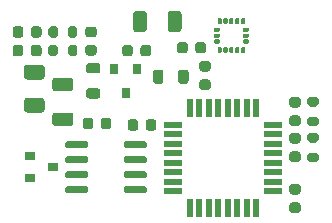
<source format=gbr>
%TF.GenerationSoftware,KiCad,Pcbnew,(5.1.9)-1*%
%TF.CreationDate,2021-03-08T23:04:16+01:00*%
%TF.ProjectId,RT12e_ELE_ACC-00,52543132-655f-4454-9c45-5f4143432d30,rev?*%
%TF.SameCoordinates,Original*%
%TF.FileFunction,Paste,Top*%
%TF.FilePolarity,Positive*%
%FSLAX46Y46*%
G04 Gerber Fmt 4.6, Leading zero omitted, Abs format (unit mm)*
G04 Created by KiCad (PCBNEW (5.1.9)-1) date 2021-03-08 23:04:16*
%MOMM*%
%LPD*%
G01*
G04 APERTURE LIST*
%ADD10R,1.600000X0.550000*%
%ADD11R,0.550000X1.600000*%
%ADD12R,0.800000X0.900000*%
%ADD13R,0.900000X0.800000*%
G04 APERTURE END LIST*
%TO.C,U3*%
G36*
G01*
X156643700Y-85116800D02*
X156468700Y-85116800D01*
G75*
G02*
X156381200Y-85029300I0J87500D01*
G01*
X156381200Y-84654300D01*
G75*
G02*
X156468700Y-84566800I87500J0D01*
G01*
X156643700Y-84566800D01*
G75*
G02*
X156731200Y-84654300I0J-87500D01*
G01*
X156731200Y-85029300D01*
G75*
G02*
X156643700Y-85116800I-87500J0D01*
G01*
G37*
G36*
G01*
X157143700Y-85116800D02*
X156968700Y-85116800D01*
G75*
G02*
X156881200Y-85029300I0J87500D01*
G01*
X156881200Y-84654300D01*
G75*
G02*
X156968700Y-84566800I87500J0D01*
G01*
X157143700Y-84566800D01*
G75*
G02*
X157231200Y-84654300I0J-87500D01*
G01*
X157231200Y-85029300D01*
G75*
G02*
X157143700Y-85116800I-87500J0D01*
G01*
G37*
G36*
G01*
X157643700Y-85116800D02*
X157468700Y-85116800D01*
G75*
G02*
X157381200Y-85029300I0J87500D01*
G01*
X157381200Y-84654300D01*
G75*
G02*
X157468700Y-84566800I87500J0D01*
G01*
X157643700Y-84566800D01*
G75*
G02*
X157731200Y-84654300I0J-87500D01*
G01*
X157731200Y-85029300D01*
G75*
G02*
X157643700Y-85116800I-87500J0D01*
G01*
G37*
G36*
G01*
X158143700Y-85116800D02*
X157968700Y-85116800D01*
G75*
G02*
X157881200Y-85029300I0J87500D01*
G01*
X157881200Y-84654300D01*
G75*
G02*
X157968700Y-84566800I87500J0D01*
G01*
X158143700Y-84566800D01*
G75*
G02*
X158231200Y-84654300I0J-87500D01*
G01*
X158231200Y-85029300D01*
G75*
G02*
X158143700Y-85116800I-87500J0D01*
G01*
G37*
G36*
G01*
X158643700Y-85116800D02*
X158468700Y-85116800D01*
G75*
G02*
X158381200Y-85029300I0J87500D01*
G01*
X158381200Y-84654300D01*
G75*
G02*
X158468700Y-84566800I87500J0D01*
G01*
X158643700Y-84566800D01*
G75*
G02*
X158731200Y-84654300I0J-87500D01*
G01*
X158731200Y-85029300D01*
G75*
G02*
X158643700Y-85116800I-87500J0D01*
G01*
G37*
G36*
G01*
X158968700Y-84291800D02*
X158593700Y-84291800D01*
G75*
G02*
X158506200Y-84204300I0J87500D01*
G01*
X158506200Y-84029300D01*
G75*
G02*
X158593700Y-83941800I87500J0D01*
G01*
X158968700Y-83941800D01*
G75*
G02*
X159056200Y-84029300I0J-87500D01*
G01*
X159056200Y-84204300D01*
G75*
G02*
X158968700Y-84291800I-87500J0D01*
G01*
G37*
G36*
G01*
X158968700Y-83791800D02*
X158593700Y-83791800D01*
G75*
G02*
X158506200Y-83704300I0J87500D01*
G01*
X158506200Y-83529300D01*
G75*
G02*
X158593700Y-83441800I87500J0D01*
G01*
X158968700Y-83441800D01*
G75*
G02*
X159056200Y-83529300I0J-87500D01*
G01*
X159056200Y-83704300D01*
G75*
G02*
X158968700Y-83791800I-87500J0D01*
G01*
G37*
G36*
G01*
X158968700Y-83291800D02*
X158593700Y-83291800D01*
G75*
G02*
X158506200Y-83204300I0J87500D01*
G01*
X158506200Y-83029300D01*
G75*
G02*
X158593700Y-82941800I87500J0D01*
G01*
X158968700Y-82941800D01*
G75*
G02*
X159056200Y-83029300I0J-87500D01*
G01*
X159056200Y-83204300D01*
G75*
G02*
X158968700Y-83291800I-87500J0D01*
G01*
G37*
G36*
G01*
X158643700Y-82666800D02*
X158468700Y-82666800D01*
G75*
G02*
X158381200Y-82579300I0J87500D01*
G01*
X158381200Y-82204300D01*
G75*
G02*
X158468700Y-82116800I87500J0D01*
G01*
X158643700Y-82116800D01*
G75*
G02*
X158731200Y-82204300I0J-87500D01*
G01*
X158731200Y-82579300D01*
G75*
G02*
X158643700Y-82666800I-87500J0D01*
G01*
G37*
G36*
G01*
X158143700Y-82666800D02*
X157968700Y-82666800D01*
G75*
G02*
X157881200Y-82579300I0J87500D01*
G01*
X157881200Y-82204300D01*
G75*
G02*
X157968700Y-82116800I87500J0D01*
G01*
X158143700Y-82116800D01*
G75*
G02*
X158231200Y-82204300I0J-87500D01*
G01*
X158231200Y-82579300D01*
G75*
G02*
X158143700Y-82666800I-87500J0D01*
G01*
G37*
G36*
G01*
X157643700Y-82666800D02*
X157468700Y-82666800D01*
G75*
G02*
X157381200Y-82579300I0J87500D01*
G01*
X157381200Y-82204300D01*
G75*
G02*
X157468700Y-82116800I87500J0D01*
G01*
X157643700Y-82116800D01*
G75*
G02*
X157731200Y-82204300I0J-87500D01*
G01*
X157731200Y-82579300D01*
G75*
G02*
X157643700Y-82666800I-87500J0D01*
G01*
G37*
G36*
G01*
X157143700Y-82666800D02*
X156968700Y-82666800D01*
G75*
G02*
X156881200Y-82579300I0J87500D01*
G01*
X156881200Y-82204300D01*
G75*
G02*
X156968700Y-82116800I87500J0D01*
G01*
X157143700Y-82116800D01*
G75*
G02*
X157231200Y-82204300I0J-87500D01*
G01*
X157231200Y-82579300D01*
G75*
G02*
X157143700Y-82666800I-87500J0D01*
G01*
G37*
G36*
G01*
X156643700Y-82666800D02*
X156468700Y-82666800D01*
G75*
G02*
X156381200Y-82579300I0J87500D01*
G01*
X156381200Y-82204300D01*
G75*
G02*
X156468700Y-82116800I87500J0D01*
G01*
X156643700Y-82116800D01*
G75*
G02*
X156731200Y-82204300I0J-87500D01*
G01*
X156731200Y-82579300D01*
G75*
G02*
X156643700Y-82666800I-87500J0D01*
G01*
G37*
G36*
G01*
X156518700Y-83291800D02*
X156143700Y-83291800D01*
G75*
G02*
X156056200Y-83204300I0J87500D01*
G01*
X156056200Y-83029300D01*
G75*
G02*
X156143700Y-82941800I87500J0D01*
G01*
X156518700Y-82941800D01*
G75*
G02*
X156606200Y-83029300I0J-87500D01*
G01*
X156606200Y-83204300D01*
G75*
G02*
X156518700Y-83291800I-87500J0D01*
G01*
G37*
G36*
G01*
X156518700Y-83791800D02*
X156143700Y-83791800D01*
G75*
G02*
X156056200Y-83704300I0J87500D01*
G01*
X156056200Y-83529300D01*
G75*
G02*
X156143700Y-83441800I87500J0D01*
G01*
X156518700Y-83441800D01*
G75*
G02*
X156606200Y-83529300I0J-87500D01*
G01*
X156606200Y-83704300D01*
G75*
G02*
X156518700Y-83791800I-87500J0D01*
G01*
G37*
G36*
G01*
X156518700Y-84291800D02*
X156143700Y-84291800D01*
G75*
G02*
X156056200Y-84204300I0J87500D01*
G01*
X156056200Y-84029300D01*
G75*
G02*
X156143700Y-83941800I87500J0D01*
G01*
X156518700Y-83941800D01*
G75*
G02*
X156606200Y-84029300I0J-87500D01*
G01*
X156606200Y-84204300D01*
G75*
G02*
X156518700Y-84291800I-87500J0D01*
G01*
G37*
%TD*%
%TO.C,C2*%
G36*
G01*
X145919000Y-83749000D02*
X145419000Y-83749000D01*
G75*
G02*
X145194000Y-83524000I0J225000D01*
G01*
X145194000Y-83074000D01*
G75*
G02*
X145419000Y-82849000I225000J0D01*
G01*
X145919000Y-82849000D01*
G75*
G02*
X146144000Y-83074000I0J-225000D01*
G01*
X146144000Y-83524000D01*
G75*
G02*
X145919000Y-83749000I-225000J0D01*
G01*
G37*
G36*
G01*
X145919000Y-85299000D02*
X145419000Y-85299000D01*
G75*
G02*
X145194000Y-85074000I0J225000D01*
G01*
X145194000Y-84624000D01*
G75*
G02*
X145419000Y-84399000I225000J0D01*
G01*
X145919000Y-84399000D01*
G75*
G02*
X146144000Y-84624000I0J-225000D01*
G01*
X146144000Y-85074000D01*
G75*
G02*
X145919000Y-85299000I-225000J0D01*
G01*
G37*
%TD*%
%TO.C,C8*%
G36*
G01*
X162691000Y-88818000D02*
X163191000Y-88818000D01*
G75*
G02*
X163416000Y-89043000I0J-225000D01*
G01*
X163416000Y-89493000D01*
G75*
G02*
X163191000Y-89718000I-225000J0D01*
G01*
X162691000Y-89718000D01*
G75*
G02*
X162466000Y-89493000I0J225000D01*
G01*
X162466000Y-89043000D01*
G75*
G02*
X162691000Y-88818000I225000J0D01*
G01*
G37*
G36*
G01*
X162691000Y-90368000D02*
X163191000Y-90368000D01*
G75*
G02*
X163416000Y-90593000I0J-225000D01*
G01*
X163416000Y-91043000D01*
G75*
G02*
X163191000Y-91268000I-225000J0D01*
G01*
X162691000Y-91268000D01*
G75*
G02*
X162466000Y-91043000I0J225000D01*
G01*
X162466000Y-90593000D01*
G75*
G02*
X162691000Y-90368000I225000J0D01*
G01*
G37*
%TD*%
%TO.C,C5*%
G36*
G01*
X162691000Y-97734000D02*
X163191000Y-97734000D01*
G75*
G02*
X163416000Y-97959000I0J-225000D01*
G01*
X163416000Y-98409000D01*
G75*
G02*
X163191000Y-98634000I-225000J0D01*
G01*
X162691000Y-98634000D01*
G75*
G02*
X162466000Y-98409000I0J225000D01*
G01*
X162466000Y-97959000D01*
G75*
G02*
X162691000Y-97734000I225000J0D01*
G01*
G37*
G36*
G01*
X162691000Y-96184000D02*
X163191000Y-96184000D01*
G75*
G02*
X163416000Y-96409000I0J-225000D01*
G01*
X163416000Y-96859000D01*
G75*
G02*
X163191000Y-97084000I-225000J0D01*
G01*
X162691000Y-97084000D01*
G75*
G02*
X162466000Y-96859000I0J225000D01*
G01*
X162466000Y-96409000D01*
G75*
G02*
X162691000Y-96184000I225000J0D01*
G01*
G37*
%TD*%
D10*
%TO.C,U2*%
X161095000Y-96780000D03*
X161095000Y-95980000D03*
X161095000Y-95180000D03*
X161095000Y-94380000D03*
X161095000Y-93580000D03*
X161095000Y-92780000D03*
X161095000Y-91980000D03*
X161095000Y-91180000D03*
D11*
X159645000Y-89730000D03*
X158845000Y-89730000D03*
X158045000Y-89730000D03*
X157245000Y-89730000D03*
X156445000Y-89730000D03*
X155645000Y-89730000D03*
X154845000Y-89730000D03*
X154045000Y-89730000D03*
D10*
X152595000Y-91180000D03*
X152595000Y-91980000D03*
X152595000Y-92780000D03*
X152595000Y-93580000D03*
X152595000Y-94380000D03*
X152595000Y-95180000D03*
X152595000Y-95980000D03*
X152595000Y-96780000D03*
D11*
X154045000Y-98230000D03*
X154845000Y-98230000D03*
X155645000Y-98230000D03*
X156445000Y-98230000D03*
X157245000Y-98230000D03*
X158045000Y-98230000D03*
X158845000Y-98230000D03*
X159645000Y-98230000D03*
%TD*%
D12*
%TO.C,U1*%
X149540000Y-86439500D03*
X147640000Y-86439500D03*
X148590000Y-88439500D03*
%TD*%
%TO.C,C1*%
G36*
G01*
X142631399Y-87180200D02*
X143931401Y-87180200D01*
G75*
G02*
X144181400Y-87430199I0J-249999D01*
G01*
X144181400Y-88080201D01*
G75*
G02*
X143931401Y-88330200I-249999J0D01*
G01*
X142631399Y-88330200D01*
G75*
G02*
X142381400Y-88080201I0J249999D01*
G01*
X142381400Y-87430199D01*
G75*
G02*
X142631399Y-87180200I249999J0D01*
G01*
G37*
G36*
G01*
X142631399Y-90130200D02*
X143931401Y-90130200D01*
G75*
G02*
X144181400Y-90380199I0J-249999D01*
G01*
X144181400Y-91030201D01*
G75*
G02*
X143931401Y-91280200I-249999J0D01*
G01*
X142631399Y-91280200D01*
G75*
G02*
X142381400Y-91030201I0J249999D01*
G01*
X142381400Y-90380199D01*
G75*
G02*
X142631399Y-90130200I249999J0D01*
G01*
G37*
%TD*%
%TO.C,C3*%
G36*
G01*
X149854800Y-85136800D02*
X149854800Y-84636800D01*
G75*
G02*
X150079800Y-84411800I225000J0D01*
G01*
X150529800Y-84411800D01*
G75*
G02*
X150754800Y-84636800I0J-225000D01*
G01*
X150754800Y-85136800D01*
G75*
G02*
X150529800Y-85361800I-225000J0D01*
G01*
X150079800Y-85361800D01*
G75*
G02*
X149854800Y-85136800I0J225000D01*
G01*
G37*
G36*
G01*
X148304800Y-85136800D02*
X148304800Y-84636800D01*
G75*
G02*
X148529800Y-84411800I225000J0D01*
G01*
X148979800Y-84411800D01*
G75*
G02*
X149204800Y-84636800I0J-225000D01*
G01*
X149204800Y-85136800D01*
G75*
G02*
X148979800Y-85361800I-225000J0D01*
G01*
X148529800Y-85361800D01*
G75*
G02*
X148304800Y-85136800I0J225000D01*
G01*
G37*
%TD*%
%TO.C,C6*%
G36*
G01*
X163191000Y-92766000D02*
X162691000Y-92766000D01*
G75*
G02*
X162466000Y-92541000I0J225000D01*
G01*
X162466000Y-92091000D01*
G75*
G02*
X162691000Y-91866000I225000J0D01*
G01*
X163191000Y-91866000D01*
G75*
G02*
X163416000Y-92091000I0J-225000D01*
G01*
X163416000Y-92541000D01*
G75*
G02*
X163191000Y-92766000I-225000J0D01*
G01*
G37*
G36*
G01*
X163191000Y-94316000D02*
X162691000Y-94316000D01*
G75*
G02*
X162466000Y-94091000I0J225000D01*
G01*
X162466000Y-93641000D01*
G75*
G02*
X162691000Y-93416000I225000J0D01*
G01*
X163191000Y-93416000D01*
G75*
G02*
X163416000Y-93641000I0J-225000D01*
G01*
X163416000Y-94091000D01*
G75*
G02*
X163191000Y-94316000I-225000J0D01*
G01*
G37*
%TD*%
%TO.C,C7*%
G36*
G01*
X151212000Y-90936000D02*
X151212000Y-91436000D01*
G75*
G02*
X150987000Y-91661000I-225000J0D01*
G01*
X150537000Y-91661000D01*
G75*
G02*
X150312000Y-91436000I0J225000D01*
G01*
X150312000Y-90936000D01*
G75*
G02*
X150537000Y-90711000I225000J0D01*
G01*
X150987000Y-90711000D01*
G75*
G02*
X151212000Y-90936000I0J-225000D01*
G01*
G37*
G36*
G01*
X149662000Y-90936000D02*
X149662000Y-91436000D01*
G75*
G02*
X149437000Y-91661000I-225000J0D01*
G01*
X148987000Y-91661000D01*
G75*
G02*
X148762000Y-91436000I0J225000D01*
G01*
X148762000Y-90936000D01*
G75*
G02*
X148987000Y-90711000I225000J0D01*
G01*
X149437000Y-90711000D01*
G75*
G02*
X149662000Y-90936000I0J-225000D01*
G01*
G37*
%TD*%
%TO.C,C9*%
G36*
G01*
X155071000Y-87320000D02*
X155571000Y-87320000D01*
G75*
G02*
X155796000Y-87545000I0J-225000D01*
G01*
X155796000Y-87995000D01*
G75*
G02*
X155571000Y-88220000I-225000J0D01*
G01*
X155071000Y-88220000D01*
G75*
G02*
X154846000Y-87995000I0J225000D01*
G01*
X154846000Y-87545000D01*
G75*
G02*
X155071000Y-87320000I225000J0D01*
G01*
G37*
G36*
G01*
X155071000Y-85770000D02*
X155571000Y-85770000D01*
G75*
G02*
X155796000Y-85995000I0J-225000D01*
G01*
X155796000Y-86445000D01*
G75*
G02*
X155571000Y-86670000I-225000J0D01*
G01*
X155071000Y-86670000D01*
G75*
G02*
X154846000Y-86445000I0J225000D01*
G01*
X154846000Y-85995000D01*
G75*
G02*
X155071000Y-85770000I225000J0D01*
G01*
G37*
%TD*%
%TO.C,C10*%
G36*
G01*
X153332400Y-81772999D02*
X153332400Y-83073001D01*
G75*
G02*
X153082401Y-83323000I-249999J0D01*
G01*
X152432399Y-83323000D01*
G75*
G02*
X152182400Y-83073001I0J249999D01*
G01*
X152182400Y-81772999D01*
G75*
G02*
X152432399Y-81523000I249999J0D01*
G01*
X153082401Y-81523000D01*
G75*
G02*
X153332400Y-81772999I0J-249999D01*
G01*
G37*
G36*
G01*
X150382400Y-81772999D02*
X150382400Y-83073001D01*
G75*
G02*
X150132401Y-83323000I-249999J0D01*
G01*
X149482399Y-83323000D01*
G75*
G02*
X149232400Y-83073001I0J249999D01*
G01*
X149232400Y-81772999D01*
G75*
G02*
X149482399Y-81523000I249999J0D01*
G01*
X150132401Y-81523000D01*
G75*
G02*
X150382400Y-81772999I0J-249999D01*
G01*
G37*
%TD*%
%TO.C,C11*%
G36*
G01*
X155403000Y-84395500D02*
X155403000Y-84895500D01*
G75*
G02*
X155178000Y-85120500I-225000J0D01*
G01*
X154728000Y-85120500D01*
G75*
G02*
X154503000Y-84895500I0J225000D01*
G01*
X154503000Y-84395500D01*
G75*
G02*
X154728000Y-84170500I225000J0D01*
G01*
X155178000Y-84170500D01*
G75*
G02*
X155403000Y-84395500I0J-225000D01*
G01*
G37*
G36*
G01*
X153853000Y-84395500D02*
X153853000Y-84895500D01*
G75*
G02*
X153628000Y-85120500I-225000J0D01*
G01*
X153178000Y-85120500D01*
G75*
G02*
X152953000Y-84895500I0J225000D01*
G01*
X152953000Y-84395500D01*
G75*
G02*
X153178000Y-84170500I225000J0D01*
G01*
X153628000Y-84170500D01*
G75*
G02*
X153853000Y-84395500I0J-225000D01*
G01*
G37*
%TD*%
%TO.C,C13*%
G36*
G01*
X147402000Y-90809000D02*
X147402000Y-91309000D01*
G75*
G02*
X147177000Y-91534000I-225000J0D01*
G01*
X146727000Y-91534000D01*
G75*
G02*
X146502000Y-91309000I0J225000D01*
G01*
X146502000Y-90809000D01*
G75*
G02*
X146727000Y-90584000I225000J0D01*
G01*
X147177000Y-90584000D01*
G75*
G02*
X147402000Y-90809000I0J-225000D01*
G01*
G37*
G36*
G01*
X145852000Y-90809000D02*
X145852000Y-91309000D01*
G75*
G02*
X145627000Y-91534000I-225000J0D01*
G01*
X145177000Y-91534000D01*
G75*
G02*
X144952000Y-91309000I0J225000D01*
G01*
X144952000Y-90809000D01*
G75*
G02*
X145177000Y-90584000I225000J0D01*
G01*
X145627000Y-90584000D01*
G75*
G02*
X145852000Y-90809000I0J-225000D01*
G01*
G37*
%TD*%
%TO.C,D1*%
G36*
G01*
X140243400Y-86087600D02*
X141493400Y-86087600D01*
G75*
G02*
X141743400Y-86337600I0J-250000D01*
G01*
X141743400Y-87087600D01*
G75*
G02*
X141493400Y-87337600I-250000J0D01*
G01*
X140243400Y-87337600D01*
G75*
G02*
X139993400Y-87087600I0J250000D01*
G01*
X139993400Y-86337600D01*
G75*
G02*
X140243400Y-86087600I250000J0D01*
G01*
G37*
G36*
G01*
X140243400Y-88887600D02*
X141493400Y-88887600D01*
G75*
G02*
X141743400Y-89137600I0J-250000D01*
G01*
X141743400Y-89887600D01*
G75*
G02*
X141493400Y-90137600I-250000J0D01*
G01*
X140243400Y-90137600D01*
G75*
G02*
X139993400Y-89887600I0J250000D01*
G01*
X139993400Y-89137600D01*
G75*
G02*
X140243400Y-88887600I250000J0D01*
G01*
G37*
%TD*%
%TO.C,D2*%
G36*
G01*
X140583800Y-85136800D02*
X140583800Y-84636800D01*
G75*
G02*
X140808800Y-84411800I225000J0D01*
G01*
X141258800Y-84411800D01*
G75*
G02*
X141483800Y-84636800I0J-225000D01*
G01*
X141483800Y-85136800D01*
G75*
G02*
X141258800Y-85361800I-225000J0D01*
G01*
X140808800Y-85361800D01*
G75*
G02*
X140583800Y-85136800I0J225000D01*
G01*
G37*
G36*
G01*
X139033800Y-85136800D02*
X139033800Y-84636800D01*
G75*
G02*
X139258800Y-84411800I225000J0D01*
G01*
X139708800Y-84411800D01*
G75*
G02*
X139933800Y-84636800I0J-225000D01*
G01*
X139933800Y-85136800D01*
G75*
G02*
X139708800Y-85361800I-225000J0D01*
G01*
X139258800Y-85361800D01*
G75*
G02*
X139033800Y-85136800I0J225000D01*
G01*
G37*
%TD*%
%TO.C,D3*%
G36*
G01*
X140583800Y-83562000D02*
X140583800Y-83062000D01*
G75*
G02*
X140808800Y-82837000I225000J0D01*
G01*
X141258800Y-82837000D01*
G75*
G02*
X141483800Y-83062000I0J-225000D01*
G01*
X141483800Y-83562000D01*
G75*
G02*
X141258800Y-83787000I-225000J0D01*
G01*
X140808800Y-83787000D01*
G75*
G02*
X140583800Y-83562000I0J225000D01*
G01*
G37*
G36*
G01*
X139033800Y-83562000D02*
X139033800Y-83062000D01*
G75*
G02*
X139258800Y-82837000I225000J0D01*
G01*
X139708800Y-82837000D01*
G75*
G02*
X139933800Y-83062000I0J-225000D01*
G01*
X139933800Y-83562000D01*
G75*
G02*
X139708800Y-83787000I-225000J0D01*
G01*
X139258800Y-83787000D01*
G75*
G02*
X139033800Y-83562000I0J225000D01*
G01*
G37*
%TD*%
D13*
%TO.C,D4*%
X142478000Y-94742000D03*
X140478000Y-95692000D03*
X140478000Y-93792000D03*
%TD*%
%TO.C,L1*%
G36*
G01*
X146236251Y-88939500D02*
X145473751Y-88939500D01*
G75*
G02*
X145255001Y-88720750I0J218750D01*
G01*
X145255001Y-88283250D01*
G75*
G02*
X145473751Y-88064500I218750J0D01*
G01*
X146236251Y-88064500D01*
G75*
G02*
X146455001Y-88283250I0J-218750D01*
G01*
X146455001Y-88720750D01*
G75*
G02*
X146236251Y-88939500I-218750J0D01*
G01*
G37*
G36*
G01*
X146236251Y-86814500D02*
X145473751Y-86814500D01*
G75*
G02*
X145255001Y-86595750I0J218750D01*
G01*
X145255001Y-86158250D01*
G75*
G02*
X145473751Y-85939500I218750J0D01*
G01*
X146236251Y-85939500D01*
G75*
G02*
X146455001Y-86158250I0J-218750D01*
G01*
X146455001Y-86595750D01*
G75*
G02*
X146236251Y-86814500I-218750J0D01*
G01*
G37*
%TD*%
%TO.C,L2*%
G36*
G01*
X153050400Y-87477850D02*
X153050400Y-86715350D01*
G75*
G02*
X153269150Y-86496600I218750J0D01*
G01*
X153706650Y-86496600D01*
G75*
G02*
X153925400Y-86715350I0J-218750D01*
G01*
X153925400Y-87477850D01*
G75*
G02*
X153706650Y-87696600I-218750J0D01*
G01*
X153269150Y-87696600D01*
G75*
G02*
X153050400Y-87477850I0J218750D01*
G01*
G37*
G36*
G01*
X150925400Y-87477850D02*
X150925400Y-86715350D01*
G75*
G02*
X151144150Y-86496600I218750J0D01*
G01*
X151581650Y-86496600D01*
G75*
G02*
X151800400Y-86715350I0J-218750D01*
G01*
X151800400Y-87477850D01*
G75*
G02*
X151581650Y-87696600I-218750J0D01*
G01*
X151144150Y-87696600D01*
G75*
G02*
X150925400Y-87477850I0J218750D01*
G01*
G37*
%TD*%
%TO.C,U4*%
G36*
G01*
X150389000Y-96497000D02*
X150389000Y-96797000D01*
G75*
G02*
X150239000Y-96947000I-150000J0D01*
G01*
X148589000Y-96947000D01*
G75*
G02*
X148439000Y-96797000I0J150000D01*
G01*
X148439000Y-96497000D01*
G75*
G02*
X148589000Y-96347000I150000J0D01*
G01*
X150239000Y-96347000D01*
G75*
G02*
X150389000Y-96497000I0J-150000D01*
G01*
G37*
G36*
G01*
X150389000Y-95227000D02*
X150389000Y-95527000D01*
G75*
G02*
X150239000Y-95677000I-150000J0D01*
G01*
X148589000Y-95677000D01*
G75*
G02*
X148439000Y-95527000I0J150000D01*
G01*
X148439000Y-95227000D01*
G75*
G02*
X148589000Y-95077000I150000J0D01*
G01*
X150239000Y-95077000D01*
G75*
G02*
X150389000Y-95227000I0J-150000D01*
G01*
G37*
G36*
G01*
X150389000Y-93957000D02*
X150389000Y-94257000D01*
G75*
G02*
X150239000Y-94407000I-150000J0D01*
G01*
X148589000Y-94407000D01*
G75*
G02*
X148439000Y-94257000I0J150000D01*
G01*
X148439000Y-93957000D01*
G75*
G02*
X148589000Y-93807000I150000J0D01*
G01*
X150239000Y-93807000D01*
G75*
G02*
X150389000Y-93957000I0J-150000D01*
G01*
G37*
G36*
G01*
X150389000Y-92687000D02*
X150389000Y-92987000D01*
G75*
G02*
X150239000Y-93137000I-150000J0D01*
G01*
X148589000Y-93137000D01*
G75*
G02*
X148439000Y-92987000I0J150000D01*
G01*
X148439000Y-92687000D01*
G75*
G02*
X148589000Y-92537000I150000J0D01*
G01*
X150239000Y-92537000D01*
G75*
G02*
X150389000Y-92687000I0J-150000D01*
G01*
G37*
G36*
G01*
X145439000Y-92687000D02*
X145439000Y-92987000D01*
G75*
G02*
X145289000Y-93137000I-150000J0D01*
G01*
X143639000Y-93137000D01*
G75*
G02*
X143489000Y-92987000I0J150000D01*
G01*
X143489000Y-92687000D01*
G75*
G02*
X143639000Y-92537000I150000J0D01*
G01*
X145289000Y-92537000D01*
G75*
G02*
X145439000Y-92687000I0J-150000D01*
G01*
G37*
G36*
G01*
X145439000Y-93957000D02*
X145439000Y-94257000D01*
G75*
G02*
X145289000Y-94407000I-150000J0D01*
G01*
X143639000Y-94407000D01*
G75*
G02*
X143489000Y-94257000I0J150000D01*
G01*
X143489000Y-93957000D01*
G75*
G02*
X143639000Y-93807000I150000J0D01*
G01*
X145289000Y-93807000D01*
G75*
G02*
X145439000Y-93957000I0J-150000D01*
G01*
G37*
G36*
G01*
X145439000Y-95227000D02*
X145439000Y-95527000D01*
G75*
G02*
X145289000Y-95677000I-150000J0D01*
G01*
X143639000Y-95677000D01*
G75*
G02*
X143489000Y-95527000I0J150000D01*
G01*
X143489000Y-95227000D01*
G75*
G02*
X143639000Y-95077000I150000J0D01*
G01*
X145289000Y-95077000D01*
G75*
G02*
X145439000Y-95227000I0J-150000D01*
G01*
G37*
G36*
G01*
X145439000Y-96497000D02*
X145439000Y-96797000D01*
G75*
G02*
X145289000Y-96947000I-150000J0D01*
G01*
X143639000Y-96947000D01*
G75*
G02*
X143489000Y-96797000I0J150000D01*
G01*
X143489000Y-96497000D01*
G75*
G02*
X143639000Y-96347000I150000J0D01*
G01*
X145289000Y-96347000D01*
G75*
G02*
X145439000Y-96497000I0J-150000D01*
G01*
G37*
%TD*%
%TO.C,R1*%
G36*
G01*
X142868800Y-84611800D02*
X142868800Y-85161800D01*
G75*
G02*
X142668800Y-85361800I-200000J0D01*
G01*
X142268800Y-85361800D01*
G75*
G02*
X142068800Y-85161800I0J200000D01*
G01*
X142068800Y-84611800D01*
G75*
G02*
X142268800Y-84411800I200000J0D01*
G01*
X142668800Y-84411800D01*
G75*
G02*
X142868800Y-84611800I0J-200000D01*
G01*
G37*
G36*
G01*
X144518800Y-84611800D02*
X144518800Y-85161800D01*
G75*
G02*
X144318800Y-85361800I-200000J0D01*
G01*
X143918800Y-85361800D01*
G75*
G02*
X143718800Y-85161800I0J200000D01*
G01*
X143718800Y-84611800D01*
G75*
G02*
X143918800Y-84411800I200000J0D01*
G01*
X144318800Y-84411800D01*
G75*
G02*
X144518800Y-84611800I0J-200000D01*
G01*
G37*
%TD*%
%TO.C,R2*%
G36*
G01*
X144518800Y-83037000D02*
X144518800Y-83587000D01*
G75*
G02*
X144318800Y-83787000I-200000J0D01*
G01*
X143918800Y-83787000D01*
G75*
G02*
X143718800Y-83587000I0J200000D01*
G01*
X143718800Y-83037000D01*
G75*
G02*
X143918800Y-82837000I200000J0D01*
G01*
X144318800Y-82837000D01*
G75*
G02*
X144518800Y-83037000I0J-200000D01*
G01*
G37*
G36*
G01*
X142868800Y-83037000D02*
X142868800Y-83587000D01*
G75*
G02*
X142668800Y-83787000I-200000J0D01*
G01*
X142268800Y-83787000D01*
G75*
G02*
X142068800Y-83587000I0J200000D01*
G01*
X142068800Y-83037000D01*
G75*
G02*
X142268800Y-82837000I200000J0D01*
G01*
X142668800Y-82837000D01*
G75*
G02*
X142868800Y-83037000I0J-200000D01*
G01*
G37*
%TD*%
%TO.C,R3*%
G36*
G01*
X164740000Y-91268000D02*
X164190000Y-91268000D01*
G75*
G02*
X163990000Y-91068000I0J200000D01*
G01*
X163990000Y-90668000D01*
G75*
G02*
X164190000Y-90468000I200000J0D01*
G01*
X164740000Y-90468000D01*
G75*
G02*
X164940000Y-90668000I0J-200000D01*
G01*
X164940000Y-91068000D01*
G75*
G02*
X164740000Y-91268000I-200000J0D01*
G01*
G37*
G36*
G01*
X164740000Y-89618000D02*
X164190000Y-89618000D01*
G75*
G02*
X163990000Y-89418000I0J200000D01*
G01*
X163990000Y-89018000D01*
G75*
G02*
X164190000Y-88818000I200000J0D01*
G01*
X164740000Y-88818000D01*
G75*
G02*
X164940000Y-89018000I0J-200000D01*
G01*
X164940000Y-89418000D01*
G75*
G02*
X164740000Y-89618000I-200000J0D01*
G01*
G37*
%TD*%
%TO.C,R4*%
G36*
G01*
X164740000Y-92666000D02*
X164190000Y-92666000D01*
G75*
G02*
X163990000Y-92466000I0J200000D01*
G01*
X163990000Y-92066000D01*
G75*
G02*
X164190000Y-91866000I200000J0D01*
G01*
X164740000Y-91866000D01*
G75*
G02*
X164940000Y-92066000I0J-200000D01*
G01*
X164940000Y-92466000D01*
G75*
G02*
X164740000Y-92666000I-200000J0D01*
G01*
G37*
G36*
G01*
X164740000Y-94316000D02*
X164190000Y-94316000D01*
G75*
G02*
X163990000Y-94116000I0J200000D01*
G01*
X163990000Y-93716000D01*
G75*
G02*
X164190000Y-93516000I200000J0D01*
G01*
X164740000Y-93516000D01*
G75*
G02*
X164940000Y-93716000I0J-200000D01*
G01*
X164940000Y-94116000D01*
G75*
G02*
X164740000Y-94316000I-200000J0D01*
G01*
G37*
%TD*%
M02*

</source>
